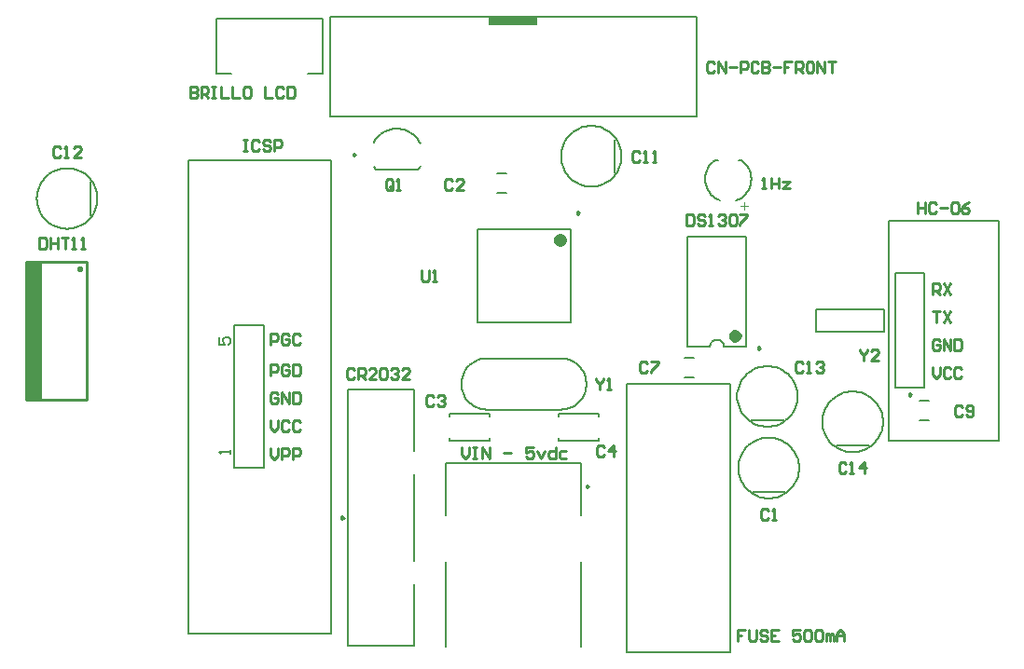
<source format=gto>
G04*
G04 #@! TF.GenerationSoftware,Altium Limited,Altium Designer,21.3.2 (30)*
G04*
G04 Layer_Color=65535*
%FSLAX25Y25*%
%MOIN*%
G70*
G04*
G04 #@! TF.SameCoordinates,90E1903C-9E0C-4C1D-B8CF-915D6ECFEAAF*
G04*
G04*
G04 #@! TF.FilePolarity,Positive*
G04*
G01*
G75*
%ADD10C,0.00787*%
%ADD11C,0.00984*%
%ADD12C,0.02362*%
%ADD13C,0.00591*%
%ADD14C,0.00500*%
%ADD15C,0.01000*%
%ADD16C,0.00600*%
%ADD17C,0.00394*%
%ADD18R,0.17717X0.03150*%
%ADD19R,0.06000X0.49000*%
D10*
X252500Y112315D02*
X252310Y113272D01*
X251768Y114083D01*
X250957Y114625D01*
X250000Y114815D01*
X249043Y114625D01*
X248232Y114083D01*
X247690Y113272D01*
X247500Y112315D01*
X143930Y185017D02*
X143471Y185879D01*
X142923Y186687D01*
X142294Y187434D01*
X141589Y188109D01*
X140816Y188707D01*
X139986Y189220D01*
X139105Y189643D01*
X138185Y189970D01*
X137236Y190199D01*
X136268Y190326D01*
X135291Y190351D01*
X134318Y190272D01*
X133358Y190092D01*
X132423Y189811D01*
X131522Y189433D01*
X130667Y188962D01*
X129865Y188404D01*
X129127Y187765D01*
X128461Y187051D01*
X127873Y186271D01*
X127371Y185433D01*
X143161Y175846D02*
X143574Y176502D01*
X143931Y177189D01*
X127371Y176773D02*
X127933Y175846D01*
X194189Y89846D02*
X195179Y89900D01*
X196157Y90061D01*
X197112Y90326D01*
X198032Y90693D01*
X198908Y91157D01*
X199729Y91713D01*
X200484Y92355D01*
X201166Y93074D01*
X201765Y93863D01*
X202276Y94712D01*
X202692Y95612D01*
X203009Y96551D01*
X203222Y97519D01*
X203329Y98505D01*
X203329Y99496D01*
X203222Y100481D01*
X203009Y101449D01*
X202692Y102388D01*
X202276Y103288D01*
X201765Y104137D01*
X201165Y104926D01*
X200484Y105646D01*
X199728Y106287D01*
X198908Y106843D01*
X198032Y107308D01*
X197112Y107674D01*
X196157Y107940D01*
X195179Y108100D01*
X194189Y108153D01*
X167811D02*
X166821Y108100D01*
X165843Y107940D01*
X164888Y107674D01*
X163968Y107308D01*
X163092Y106843D01*
X162271Y106287D01*
X161516Y105645D01*
X160835Y104926D01*
X160235Y104137D01*
X159724Y103288D01*
X159308Y102388D01*
X158991Y101449D01*
X158778Y100481D01*
X158671Y99496D01*
Y98504D01*
X158778Y97519D01*
X158991Y96551D01*
X159308Y95612D01*
X159724Y94712D01*
X160235Y93863D01*
X160835Y93074D01*
X161516Y92355D01*
X162271Y91713D01*
X163092Y91157D01*
X163968Y90693D01*
X164888Y90326D01*
X165843Y90061D01*
X166821Y89900D01*
X167811Y89846D01*
X171332Y167555D02*
X174668D01*
X171332Y174445D02*
X174668D01*
X260433Y112315D02*
Y151685D01*
X239567Y112315D02*
Y151685D01*
X252500Y112315D02*
X260433D01*
X239567D02*
X247500D01*
X239567Y151685D02*
X260433D01*
X285244Y117760D02*
X309653D01*
X285244D02*
Y125634D01*
X309653D01*
Y117760D02*
Y125634D01*
X262094Y86098D02*
X273905D01*
X77382Y120079D02*
X87972D01*
X77382Y68898D02*
Y120079D01*
Y68898D02*
X87972D01*
Y120079D01*
X313740Y97618D02*
Y138602D01*
X324055D01*
Y97618D02*
Y138602D01*
X313740Y97618D02*
X324055D01*
X109095Y210138D02*
Y229823D01*
X70906Y210138D02*
X76260D01*
X103740D02*
X109095D01*
X70906D02*
Y229823D01*
X109095D01*
X127933Y175847D02*
X143161D01*
X242638Y194882D02*
Y230315D01*
X111693D02*
X242638D01*
X111693Y194882D02*
X242638D01*
X111693D02*
Y230315D01*
X217717Y3150D02*
Y99213D01*
Y3150D02*
X254724D01*
Y99213D01*
X217717D02*
X254724D01*
X167811Y108153D02*
X194189D01*
X167811Y89846D02*
X194189D01*
X153051Y52185D02*
Y70768D01*
Y5118D02*
Y35453D01*
X201279Y52185D02*
Y70768D01*
Y5118D02*
Y35453D01*
X153051Y70768D02*
X201279D01*
X26181Y159449D02*
Y171260D01*
X213528Y174594D02*
Y186406D01*
X292595Y77035D02*
X304405D01*
X164370Y121063D02*
Y154528D01*
X197835Y121063D02*
Y154528D01*
X164370Y121063D02*
X197835D01*
X164370Y154528D02*
X197835D01*
X193413Y87339D02*
Y88421D01*
Y78579D02*
Y79661D01*
Y78579D02*
X207587D01*
Y87339D02*
Y88421D01*
Y78579D02*
Y79661D01*
X193413Y88421D02*
X207587D01*
X168587Y78579D02*
Y79661D01*
Y87339D02*
Y88421D01*
X154413D02*
X168587D01*
X154413Y78579D02*
Y79661D01*
Y87339D02*
Y88421D01*
Y78579D02*
X168587D01*
X322332Y86055D02*
X325668D01*
X322332Y92945D02*
X325668D01*
X262595Y60472D02*
X274406D01*
X118012Y5413D02*
X141831D01*
Y75098D02*
Y96949D01*
Y35728D02*
Y66634D01*
Y5413D02*
Y27264D01*
X118012Y96949D02*
X141831D01*
X118012Y5413D02*
Y96949D01*
X238332Y101555D02*
X241668D01*
X238332Y108445D02*
X241668D01*
D11*
X265492Y111882D02*
X264754Y112308D01*
Y111456D01*
X265492Y111882D01*
X319390Y95256D02*
X318652Y95682D01*
Y94830D01*
X319390Y95256D01*
X120882Y181102D02*
X120144Y181529D01*
Y180676D01*
X120882Y181102D01*
X204134Y62362D02*
X203396Y62788D01*
Y61936D01*
X204134Y62362D01*
X200689Y160236D02*
X199951Y160662D01*
Y159810D01*
X200689Y160236D01*
X116634Y51181D02*
X115896Y51607D01*
Y50755D01*
X116634Y51181D01*
D12*
X257677Y116252D02*
X257232Y117175D01*
X256233Y117403D01*
X255432Y116764D01*
Y115740D01*
X256233Y115101D01*
X257232Y115329D01*
X257677Y116252D01*
X195079Y150591D02*
X194634Y151514D01*
X193635Y151742D01*
X192833Y151103D01*
Y150078D01*
X193635Y149439D01*
X194634Y149667D01*
X195079Y150591D01*
D13*
X278827Y94563D02*
X278781Y95562D01*
X278642Y96552D01*
X278414Y97526D01*
X278096Y98474D01*
X277692Y99389D01*
X277205Y100262D01*
X276640Y101088D01*
X276001Y101857D01*
X275294Y102564D01*
X274525Y103203D01*
X273700Y103768D01*
X272826Y104255D01*
X271911Y104659D01*
X270963Y104976D01*
X269989Y105205D01*
X268999Y105344D01*
X268000Y105390D01*
X267001Y105344D01*
X266011Y105205D01*
X265037Y104976D01*
X264089Y104659D01*
X263174Y104255D01*
X262300Y103768D01*
X261475Y103203D01*
X260706Y102564D01*
X259999Y101857D01*
X259360Y101088D01*
X258795Y100262D01*
X258308Y99389D01*
X257904Y98474D01*
X257587Y97526D01*
X257358Y96552D01*
X257219Y95562D01*
X257173Y94563D01*
X257219Y93564D01*
X257358Y92574D01*
X257587Y91600D01*
X257904Y90652D01*
X258308Y89737D01*
X258795Y88863D01*
X259360Y88038D01*
X259999Y87269D01*
X260706Y86562D01*
X261475Y85923D01*
X262300Y85358D01*
X263174Y84871D01*
X264089Y84467D01*
X265037Y84149D01*
X266011Y83921D01*
X267001Y83782D01*
X268000Y83736D01*
X268999Y83782D01*
X269989Y83921D01*
X270963Y84149D01*
X271911Y84467D01*
X272826Y84871D01*
X273700Y85358D01*
X274525Y85923D01*
X275294Y86562D01*
X276001Y87269D01*
X276640Y88038D01*
X277205Y88863D01*
X277692Y89737D01*
X278096Y90652D01*
X278414Y91600D01*
X278642Y92574D01*
X278781Y93564D01*
X278827Y94563D01*
X249278Y179168D02*
X248491Y178547D01*
X247785Y177835D01*
X247171Y177042D01*
X246657Y176182D01*
X246251Y175265D01*
X245959Y174306D01*
X245785Y173319D01*
X245732Y172317D01*
X245801Y171317D01*
X245990Y170333D01*
X246297Y169378D01*
X246718Y168468D01*
X247245Y167615D01*
X247871Y166832D01*
X248588Y166131D01*
X249384Y165522D01*
X250249Y165014D01*
X251168Y164614D01*
X256832D02*
X257751Y165014D01*
X258615Y165522D01*
X259412Y166131D01*
X260129Y166832D01*
X260755Y167615D01*
X261282Y168468D01*
X261703Y169378D01*
X262010Y170333D01*
X262199Y171317D01*
X262267Y172317D01*
X262214Y173319D01*
X262041Y174306D01*
X261749Y175265D01*
X261343Y176182D01*
X260829Y177043D01*
X260214Y177835D01*
X259509Y178547D01*
X258722Y179168D01*
X28543Y165354D02*
X28497Y166353D01*
X28359Y167344D01*
X28130Y168317D01*
X27812Y169265D01*
X27408Y170180D01*
X26922Y171054D01*
X26357Y171879D01*
X25718Y172648D01*
X25010Y173355D01*
X24241Y173994D01*
X23416Y174559D01*
X22542Y175046D01*
X21628Y175450D01*
X20679Y175768D01*
X19706Y175997D01*
X18715Y176135D01*
X17717Y176181D01*
X16718Y176135D01*
X15727Y175997D01*
X14754Y175768D01*
X13805Y175450D01*
X12891Y175046D01*
X12017Y174559D01*
X11192Y173994D01*
X10423Y173355D01*
X9715Y172648D01*
X9077Y171879D01*
X8511Y171054D01*
X8025Y170180D01*
X7621Y169265D01*
X7303Y168317D01*
X7074Y167344D01*
X6936Y166353D01*
X6890Y165354D01*
X6936Y164355D01*
X7074Y163365D01*
X7303Y162391D01*
X7621Y161443D01*
X8025Y160528D01*
X8511Y159655D01*
X9077Y158830D01*
X9715Y158060D01*
X10423Y157353D01*
X11192Y156714D01*
X12017Y156149D01*
X12891Y155663D01*
X13805Y155259D01*
X14754Y154941D01*
X15727Y154712D01*
X16718Y154574D01*
X17717Y154528D01*
X18715Y154574D01*
X19706Y154712D01*
X20679Y154941D01*
X21628Y155259D01*
X22542Y155663D01*
X23416Y156149D01*
X24241Y156714D01*
X25010Y157353D01*
X25718Y158060D01*
X26357Y158830D01*
X26922Y159655D01*
X27408Y160528D01*
X27812Y161443D01*
X28130Y162391D01*
X28359Y163365D01*
X28497Y164355D01*
X28543Y165354D01*
X215890Y180500D02*
X215844Y181499D01*
X215705Y182489D01*
X215476Y183463D01*
X215159Y184411D01*
X214755Y185326D01*
X214268Y186200D01*
X213703Y187025D01*
X213064Y187794D01*
X212357Y188501D01*
X211588Y189140D01*
X210763Y189705D01*
X209889Y190192D01*
X208974Y190596D01*
X208026Y190913D01*
X207052Y191142D01*
X206062Y191281D01*
X205063Y191327D01*
X204064Y191281D01*
X203074Y191142D01*
X202100Y190913D01*
X201152Y190596D01*
X200237Y190192D01*
X199363Y189705D01*
X198538Y189140D01*
X197769Y188501D01*
X197062Y187794D01*
X196423Y187025D01*
X195858Y186200D01*
X195371Y185326D01*
X194967Y184411D01*
X194650Y183463D01*
X194421Y182489D01*
X194282Y181499D01*
X194236Y180500D01*
X194282Y179501D01*
X194421Y178511D01*
X194650Y177537D01*
X194967Y176589D01*
X195371Y175674D01*
X195858Y174801D01*
X196423Y173975D01*
X197062Y173206D01*
X197769Y172499D01*
X198538Y171860D01*
X199363Y171295D01*
X200237Y170808D01*
X201152Y170404D01*
X202100Y170087D01*
X203074Y169858D01*
X204064Y169719D01*
X205063Y169673D01*
X206062Y169719D01*
X207052Y169858D01*
X208026Y170087D01*
X208974Y170404D01*
X209889Y170808D01*
X210763Y171295D01*
X211588Y171860D01*
X212357Y172499D01*
X213064Y173206D01*
X213703Y173975D01*
X214268Y174801D01*
X214755Y175674D01*
X215159Y176589D01*
X215476Y177537D01*
X215705Y178511D01*
X215844Y179501D01*
X215890Y180500D01*
X309327Y85500D02*
X309281Y86499D01*
X309142Y87489D01*
X308913Y88463D01*
X308596Y89411D01*
X308192Y90326D01*
X307705Y91200D01*
X307140Y92025D01*
X306501Y92794D01*
X305794Y93501D01*
X305025Y94140D01*
X304200Y94705D01*
X303326Y95192D01*
X302411Y95596D01*
X301463Y95913D01*
X300489Y96142D01*
X299499Y96281D01*
X298500Y96327D01*
X297501Y96281D01*
X296511Y96142D01*
X295537Y95913D01*
X294589Y95596D01*
X293674Y95192D01*
X292800Y94705D01*
X291975Y94140D01*
X291206Y93501D01*
X290499Y92794D01*
X289860Y92025D01*
X289295Y91200D01*
X288808Y90326D01*
X288404Y89411D01*
X288087Y88463D01*
X287858Y87489D01*
X287719Y86499D01*
X287673Y85500D01*
X287719Y84501D01*
X287858Y83511D01*
X288087Y82537D01*
X288404Y81589D01*
X288808Y80674D01*
X289295Y79800D01*
X289860Y78975D01*
X290499Y78206D01*
X291206Y77499D01*
X291975Y76860D01*
X292800Y76295D01*
X293674Y75808D01*
X294589Y75404D01*
X295537Y75086D01*
X296511Y74858D01*
X297501Y74719D01*
X298500Y74673D01*
X299499Y74719D01*
X300489Y74858D01*
X301463Y75086D01*
X302411Y75404D01*
X303326Y75808D01*
X304200Y76295D01*
X305025Y76860D01*
X305794Y77499D01*
X306501Y78206D01*
X307140Y78975D01*
X307705Y79800D01*
X308192Y80674D01*
X308596Y81589D01*
X308913Y82537D01*
X309142Y83511D01*
X309281Y84501D01*
X309327Y85500D01*
X279327Y68937D02*
X279281Y69936D01*
X279142Y70926D01*
X278913Y71900D01*
X278596Y72848D01*
X278192Y73763D01*
X277705Y74637D01*
X277140Y75462D01*
X276501Y76231D01*
X275794Y76938D01*
X275025Y77577D01*
X274200Y78142D01*
X273326Y78629D01*
X272411Y79033D01*
X271463Y79351D01*
X270489Y79579D01*
X269499Y79718D01*
X268500Y79764D01*
X267501Y79718D01*
X266511Y79579D01*
X265537Y79351D01*
X264589Y79033D01*
X263674Y78629D01*
X262800Y78142D01*
X261975Y77577D01*
X261206Y76938D01*
X260499Y76231D01*
X259860Y75462D01*
X259295Y74637D01*
X258808Y73763D01*
X258404Y72848D01*
X258086Y71900D01*
X257858Y70926D01*
X257719Y69936D01*
X257673Y68937D01*
X257719Y67938D01*
X257858Y66948D01*
X258086Y65974D01*
X258404Y65026D01*
X258808Y64111D01*
X259295Y63238D01*
X259860Y62412D01*
X260499Y61643D01*
X261206Y60936D01*
X261975Y60297D01*
X262800Y59732D01*
X263674Y59245D01*
X264589Y58841D01*
X265537Y58524D01*
X266511Y58295D01*
X267501Y58156D01*
X268500Y58110D01*
X269499Y58156D01*
X270489Y58295D01*
X271463Y58523D01*
X272411Y58841D01*
X273326Y59245D01*
X274200Y59732D01*
X275025Y60297D01*
X275794Y60936D01*
X276501Y61643D01*
X277140Y62412D01*
X277705Y63238D01*
X278192Y64111D01*
X278596Y65026D01*
X278913Y65974D01*
X279142Y66948D01*
X279281Y67938D01*
X279327Y68937D01*
X249278Y179168D02*
X250260D01*
X257740D02*
X258722D01*
D14*
X311417Y78740D02*
X350787D01*
X311417Y157480D02*
X350787D01*
Y78740D02*
Y157480D01*
X311417Y78740D02*
Y157480D01*
X61024Y9843D02*
X112205D01*
X61024Y179134D02*
X112205D01*
Y9843D02*
Y179134D01*
X61024Y9843D02*
Y179134D01*
D15*
X2953Y93504D02*
Y142717D01*
X24606Y93504D02*
Y142717D01*
X2953D02*
X24606D01*
X2953Y93504D02*
X24606D01*
X155344Y171812D02*
X154688Y172468D01*
X153376D01*
X152720Y171812D01*
Y169188D01*
X153376Y168532D01*
X154688D01*
X155344Y169188D01*
X159280Y168532D02*
X156656D01*
X159280Y171156D01*
Y171812D01*
X158624Y172468D01*
X157312D01*
X156656Y171812D01*
X239200Y159736D02*
Y155800D01*
X241168D01*
X241824Y156456D01*
Y159080D01*
X241168Y159736D01*
X239200D01*
X245760Y159080D02*
X245104Y159736D01*
X243792D01*
X243136Y159080D01*
Y158424D01*
X243792Y157768D01*
X245104D01*
X245760Y157112D01*
Y156456D01*
X245104Y155800D01*
X243792D01*
X243136Y156456D01*
X247072Y155800D02*
X248383D01*
X247727D01*
Y159736D01*
X247072Y159080D01*
X250351D02*
X251007Y159736D01*
X252319D01*
X252975Y159080D01*
Y158424D01*
X252319Y157768D01*
X251663D01*
X252319D01*
X252975Y157112D01*
Y156456D01*
X252319Y155800D01*
X251007D01*
X250351Y156456D01*
X254287Y159080D02*
X254943Y159736D01*
X256255D01*
X256911Y159080D01*
Y156456D01*
X256255Y155800D01*
X254943D01*
X254287Y156456D01*
Y159080D01*
X258223Y159736D02*
X260847D01*
Y159080D01*
X258223Y156456D01*
Y155800D01*
X301220Y111468D02*
Y110812D01*
X302532Y109500D01*
X303844Y110812D01*
Y111468D01*
X302532Y109500D02*
Y107532D01*
X307780D02*
X305156D01*
X307780Y110156D01*
Y110812D01*
X307124Y111468D01*
X305812D01*
X305156Y110812D01*
X280704Y106312D02*
X280048Y106968D01*
X278736D01*
X278080Y106312D01*
Y103688D01*
X278736Y103032D01*
X280048D01*
X280704Y103688D01*
X282016Y103032D02*
X283328D01*
X282672D01*
Y106968D01*
X282016Y106312D01*
X285296D02*
X285952Y106968D01*
X287264D01*
X287920Y106312D01*
Y105656D01*
X287264Y105000D01*
X286608D01*
X287264D01*
X287920Y104344D01*
Y103688D01*
X287264Y103032D01*
X285952D01*
X285296Y103688D01*
X90500Y113000D02*
Y116936D01*
X92468D01*
X93124Y116280D01*
Y114968D01*
X92468Y114312D01*
X90500D01*
X97060Y116280D02*
X96404Y116936D01*
X95092D01*
X94436Y116280D01*
Y113656D01*
X95092Y113000D01*
X96404D01*
X97060Y113656D01*
Y114968D01*
X95748D01*
X100995Y116280D02*
X100339Y116936D01*
X99027D01*
X98371Y116280D01*
Y113656D01*
X99027Y113000D01*
X100339D01*
X100995Y113656D01*
X90500Y102000D02*
Y105936D01*
X92468D01*
X93124Y105280D01*
Y103968D01*
X92468Y103312D01*
X90500D01*
X97060Y105280D02*
X96404Y105936D01*
X95092D01*
X94436Y105280D01*
Y102656D01*
X95092Y102000D01*
X96404D01*
X97060Y102656D01*
Y103968D01*
X95748D01*
X98371Y105936D02*
Y102000D01*
X100339D01*
X100995Y102656D01*
Y105280D01*
X100339Y105936D01*
X98371D01*
X80612Y186468D02*
X81924D01*
X81268D01*
Y182532D01*
X80612D01*
X81924D01*
X86516Y185812D02*
X85860Y186468D01*
X84548D01*
X83892Y185812D01*
Y183188D01*
X84548Y182532D01*
X85860D01*
X86516Y183188D01*
X90452Y185812D02*
X89796Y186468D01*
X88484D01*
X87828Y185812D01*
Y185156D01*
X88484Y184500D01*
X89796D01*
X90452Y183844D01*
Y183188D01*
X89796Y182532D01*
X88484D01*
X87828Y183188D01*
X91764Y182532D02*
Y186468D01*
X93732D01*
X94388Y185812D01*
Y184500D01*
X93732Y183844D01*
X91764D01*
X90500Y85936D02*
Y83312D01*
X91812Y82000D01*
X93124Y83312D01*
Y85936D01*
X97060Y85280D02*
X96404Y85936D01*
X95092D01*
X94436Y85280D01*
Y82656D01*
X95092Y82000D01*
X96404D01*
X97060Y82656D01*
X100995Y85280D02*
X100339Y85936D01*
X99027D01*
X98371Y85280D01*
Y82656D01*
X99027Y82000D01*
X100339D01*
X100995Y82656D01*
X93124Y95280D02*
X92468Y95936D01*
X91156D01*
X90500Y95280D01*
Y92656D01*
X91156Y92000D01*
X92468D01*
X93124Y92656D01*
Y93968D01*
X91812D01*
X94436Y92000D02*
Y95936D01*
X97060Y92000D01*
Y95936D01*
X98371D02*
Y92000D01*
X100339D01*
X100995Y92656D01*
Y95280D01*
X100339Y95936D01*
X98371D01*
X90500Y75936D02*
Y73312D01*
X91812Y72000D01*
X93124Y73312D01*
Y75936D01*
X94436Y72000D02*
Y75936D01*
X96404D01*
X97060Y75280D01*
Y73968D01*
X96404Y73312D01*
X94436D01*
X98371Y72000D02*
Y75936D01*
X100339D01*
X100995Y75280D01*
Y73968D01*
X100339Y73312D01*
X98371D01*
X321817Y163968D02*
Y160032D01*
Y162000D01*
X324440D01*
Y163968D01*
Y160032D01*
X328376Y163312D02*
X327720Y163968D01*
X326408D01*
X325752Y163312D01*
Y160688D01*
X326408Y160032D01*
X327720D01*
X328376Y160688D01*
X329688Y162000D02*
X332312D01*
X333624Y163312D02*
X334280Y163968D01*
X335592D01*
X336248Y163312D01*
Y160688D01*
X335592Y160032D01*
X334280D01*
X333624Y160688D01*
Y163312D01*
X340183Y163968D02*
X338872Y163312D01*
X337560Y162000D01*
Y160688D01*
X338215Y160032D01*
X339527D01*
X340183Y160688D01*
Y161344D01*
X339527Y162000D01*
X337560D01*
X61664Y205299D02*
Y201363D01*
X63632D01*
X64288Y202019D01*
Y202675D01*
X63632Y203331D01*
X61664D01*
X63632D01*
X64288Y203987D01*
Y204643D01*
X63632Y205299D01*
X61664D01*
X65600Y201363D02*
Y205299D01*
X67568D01*
X68224Y204643D01*
Y203331D01*
X67568Y202675D01*
X65600D01*
X66912D02*
X68224Y201363D01*
X69536Y205299D02*
X70848D01*
X70192D01*
Y201363D01*
X69536D01*
X70848D01*
X72816Y205299D02*
Y201363D01*
X75440D01*
X76752Y205299D02*
Y201363D01*
X79375D01*
X82655Y205299D02*
X81343D01*
X80687Y204643D01*
Y202019D01*
X81343Y201363D01*
X82655D01*
X83311Y202019D01*
Y204643D01*
X82655Y205299D01*
X88559D02*
Y201363D01*
X91183D01*
X95118Y204643D02*
X94462Y205299D01*
X93150D01*
X92494Y204643D01*
Y202019D01*
X93150Y201363D01*
X94462D01*
X95118Y202019D01*
X96430Y205299D02*
Y201363D01*
X98398D01*
X99054Y202019D01*
Y204643D01*
X98398Y205299D01*
X96430D01*
X134224Y169056D02*
Y171680D01*
X133568Y172336D01*
X132256D01*
X131600Y171680D01*
Y169056D01*
X132256Y168400D01*
X133568D01*
X132912Y169712D02*
X134224Y168400D01*
X133568D02*
X134224Y169056D01*
X135536Y168400D02*
X136848D01*
X136192D01*
Y172336D01*
X135536Y171680D01*
X249124Y213580D02*
X248468Y214236D01*
X247156D01*
X246500Y213580D01*
Y210956D01*
X247156Y210300D01*
X248468D01*
X249124Y210956D01*
X250436Y210300D02*
Y214236D01*
X253060Y210300D01*
Y214236D01*
X254372Y212268D02*
X256995D01*
X258307Y210300D02*
Y214236D01*
X260275D01*
X260931Y213580D01*
Y212268D01*
X260275Y211612D01*
X258307D01*
X264867Y213580D02*
X264211Y214236D01*
X262899D01*
X262243Y213580D01*
Y210956D01*
X262899Y210300D01*
X264211D01*
X264867Y210956D01*
X266179Y214236D02*
Y210300D01*
X268147D01*
X268802Y210956D01*
Y211612D01*
X268147Y212268D01*
X266179D01*
X268147D01*
X268802Y212924D01*
Y213580D01*
X268147Y214236D01*
X266179D01*
X270114Y212268D02*
X272738D01*
X276674Y214236D02*
X274050D01*
Y212268D01*
X275362D01*
X274050D01*
Y210300D01*
X277986D02*
Y214236D01*
X279954D01*
X280610Y213580D01*
Y212268D01*
X279954Y211612D01*
X277986D01*
X279298D02*
X280610Y210300D01*
X283890Y214236D02*
X282578D01*
X281922Y213580D01*
Y210956D01*
X282578Y210300D01*
X283890D01*
X284545Y210956D01*
Y213580D01*
X283890Y214236D01*
X285857Y210300D02*
Y214236D01*
X288481Y210300D01*
Y214236D01*
X289793D02*
X292417D01*
X291105D01*
Y210300D01*
X260101Y10968D02*
X257477D01*
Y9000D01*
X258789D01*
X257477D01*
Y7032D01*
X261413Y10968D02*
Y7688D01*
X262069Y7032D01*
X263381D01*
X264037Y7688D01*
Y10968D01*
X267973Y10312D02*
X267317Y10968D01*
X266005D01*
X265349Y10312D01*
Y9656D01*
X266005Y9000D01*
X267317D01*
X267973Y8344D01*
Y7688D01*
X267317Y7032D01*
X266005D01*
X265349Y7688D01*
X271908Y10968D02*
X269285D01*
Y7032D01*
X271908D01*
X269285Y9000D02*
X270596D01*
X279780Y10968D02*
X277156D01*
Y9000D01*
X278468Y9656D01*
X279124D01*
X279780Y9000D01*
Y7688D01*
X279124Y7032D01*
X277812D01*
X277156Y7688D01*
X281092Y10312D02*
X281748Y10968D01*
X283060D01*
X283716Y10312D01*
Y7688D01*
X283060Y7032D01*
X281748D01*
X281092Y7688D01*
Y10312D01*
X285027D02*
X285683Y10968D01*
X286995D01*
X287651Y10312D01*
Y7688D01*
X286995Y7032D01*
X285683D01*
X285027Y7688D01*
Y10312D01*
X288963Y7032D02*
Y9656D01*
X289619D01*
X290275Y9000D01*
Y7032D01*
Y9000D01*
X290931Y9656D01*
X291587Y9000D01*
Y7032D01*
X292899D02*
Y9656D01*
X294211Y10968D01*
X295523Y9656D01*
Y7032D01*
Y9000D01*
X292899D01*
X327000Y131000D02*
Y134936D01*
X328968D01*
X329624Y134280D01*
Y132968D01*
X328968Y132312D01*
X327000D01*
X328312D02*
X329624Y131000D01*
X330936Y134936D02*
X333560Y131000D01*
Y134936D02*
X330936Y131000D01*
X327000Y124936D02*
X329624D01*
X328312D01*
Y121000D01*
X330936Y124936D02*
X333560Y121000D01*
Y124936D02*
X330936Y121000D01*
X329624Y114280D02*
X328968Y114936D01*
X327656D01*
X327000Y114280D01*
Y111656D01*
X327656Y111000D01*
X328968D01*
X329624Y111656D01*
Y112968D01*
X328312D01*
X330936Y111000D02*
Y114936D01*
X333560Y111000D01*
Y114936D01*
X334872D02*
Y111000D01*
X336839D01*
X337495Y111656D01*
Y114280D01*
X336839Y114936D01*
X334872D01*
X327000Y104936D02*
Y102312D01*
X328312Y101000D01*
X329624Y102312D01*
Y104936D01*
X333560Y104280D02*
X332904Y104936D01*
X331592D01*
X330936Y104280D01*
Y101656D01*
X331592Y101000D01*
X332904D01*
X333560Y101656D01*
X337495Y104280D02*
X336839Y104936D01*
X335527D01*
X334872Y104280D01*
Y101656D01*
X335527Y101000D01*
X336839D01*
X337495Y101656D01*
X21779Y139610D02*
Y140610D01*
X22779D01*
Y139610D01*
X21779D01*
X296224Y70280D02*
X295568Y70936D01*
X294256D01*
X293600Y70280D01*
Y67656D01*
X294256Y67000D01*
X295568D01*
X296224Y67656D01*
X297536Y67000D02*
X298848D01*
X298192D01*
Y70936D01*
X297536Y70280D01*
X302783Y67000D02*
Y70936D01*
X300816Y68968D01*
X303439D01*
X15424Y183280D02*
X14768Y183936D01*
X13456D01*
X12800Y183280D01*
Y180656D01*
X13456Y180000D01*
X14768D01*
X15424Y180656D01*
X16736Y180000D02*
X18048D01*
X17392D01*
Y183936D01*
X16736Y183280D01*
X22639Y180000D02*
X20016D01*
X22639Y182624D01*
Y183280D01*
X21983Y183936D01*
X20672D01*
X20016Y183280D01*
X222324Y181780D02*
X221668Y182436D01*
X220356D01*
X219700Y181780D01*
Y179156D01*
X220356Y178500D01*
X221668D01*
X222324Y179156D01*
X223636Y178500D02*
X224948D01*
X224292D01*
Y182436D01*
X223636Y181780D01*
X226916Y178500D02*
X228227D01*
X227572D01*
Y182436D01*
X226916Y181780D01*
X206800Y100936D02*
Y100280D01*
X208112Y98968D01*
X209424Y100280D01*
Y100936D01*
X208112Y98968D02*
Y97000D01*
X210736D02*
X212048D01*
X211392D01*
Y100936D01*
X210736Y100280D01*
X158805Y76468D02*
Y73844D01*
X160117Y72532D01*
X161429Y73844D01*
Y76468D01*
X162741D02*
X164053D01*
X163397D01*
Y72532D01*
X162741D01*
X164053D01*
X166021D02*
Y76468D01*
X168645Y72532D01*
Y76468D01*
X173892Y74500D02*
X176516D01*
X184388Y76468D02*
X181764D01*
Y74500D01*
X183076Y75156D01*
X183732D01*
X184388Y74500D01*
Y73188D01*
X183732Y72532D01*
X182420D01*
X181764Y73188D01*
X185699Y75156D02*
X187011Y72532D01*
X188323Y75156D01*
X192259Y76468D02*
Y72532D01*
X190291D01*
X189635Y73188D01*
Y74500D01*
X190291Y75156D01*
X192259D01*
X196195D02*
X194227D01*
X193571Y74500D01*
Y73188D01*
X194227Y72532D01*
X196195D01*
X144400Y139736D02*
Y136456D01*
X145056Y135800D01*
X146368D01*
X147024Y136456D01*
Y139736D01*
X148336Y135800D02*
X149648D01*
X148992D01*
Y139736D01*
X148336Y139080D01*
X7726Y151227D02*
Y147291D01*
X9694D01*
X10350Y147947D01*
Y150571D01*
X9694Y151227D01*
X7726D01*
X11662D02*
Y147291D01*
Y149259D01*
X14286D01*
Y151227D01*
Y147291D01*
X15597Y151227D02*
X18221D01*
X16909D01*
Y147291D01*
X19533D02*
X20845D01*
X20189D01*
Y151227D01*
X19533Y150571D01*
X22813Y147291D02*
X24125D01*
X23469D01*
Y151227D01*
X22813Y150571D01*
X120324Y103980D02*
X119668Y104636D01*
X118356D01*
X117700Y103980D01*
Y101356D01*
X118356Y100700D01*
X119668D01*
X120324Y101356D01*
X121636Y100700D02*
Y104636D01*
X123604D01*
X124260Y103980D01*
Y102668D01*
X123604Y102012D01*
X121636D01*
X122948D02*
X124260Y100700D01*
X128195D02*
X125572D01*
X128195Y103324D01*
Y103980D01*
X127539Y104636D01*
X126227D01*
X125572Y103980D01*
X129507D02*
X130163Y104636D01*
X131475D01*
X132131Y103980D01*
Y101356D01*
X131475Y100700D01*
X130163D01*
X129507Y101356D01*
Y103980D01*
X133443D02*
X134099Y104636D01*
X135411D01*
X136067Y103980D01*
Y103324D01*
X135411Y102668D01*
X134755D01*
X135411D01*
X136067Y102012D01*
Y101356D01*
X135411Y100700D01*
X134099D01*
X133443Y101356D01*
X140003Y100700D02*
X137379D01*
X140003Y103324D01*
Y103980D01*
X139347Y104636D01*
X138035D01*
X137379Y103980D01*
X337624Y90780D02*
X336968Y91436D01*
X335656D01*
X335000Y90780D01*
Y88156D01*
X335656Y87500D01*
X336968D01*
X337624Y88156D01*
X338936D02*
X339592Y87500D01*
X340904D01*
X341560Y88156D01*
Y90780D01*
X340904Y91436D01*
X339592D01*
X338936Y90780D01*
Y90124D01*
X339592Y89468D01*
X341560D01*
X225124Y106280D02*
X224468Y106936D01*
X223156D01*
X222500Y106280D01*
Y103656D01*
X223156Y103000D01*
X224468D01*
X225124Y103656D01*
X226436Y106936D02*
X229060D01*
Y106280D01*
X226436Y103656D01*
Y103000D01*
X209844Y76312D02*
X209188Y76968D01*
X207876D01*
X207220Y76312D01*
Y73688D01*
X207876Y73032D01*
X209188D01*
X209844Y73688D01*
X213124Y73032D02*
Y76968D01*
X211156Y75000D01*
X213780D01*
X148844Y94312D02*
X148188Y94968D01*
X146876D01*
X146220Y94312D01*
Y91688D01*
X146876Y91032D01*
X148188D01*
X148844Y91688D01*
X150156Y94312D02*
X150812Y94968D01*
X152124D01*
X152780Y94312D01*
Y93656D01*
X152124Y93000D01*
X151468D01*
X152124D01*
X152780Y92344D01*
Y91688D01*
X152124Y91032D01*
X150812D01*
X150156Y91688D01*
X268524Y53680D02*
X267868Y54336D01*
X266556D01*
X265900Y53680D01*
Y51056D01*
X266556Y50400D01*
X267868D01*
X268524Y51056D01*
X269836Y50400D02*
X271148D01*
X270492D01*
Y54336D01*
X269836Y53680D01*
X266200Y168900D02*
X267512D01*
X266856D01*
Y172836D01*
X266200Y172180D01*
X269480Y172836D02*
Y168900D01*
Y170868D01*
X272104D01*
Y172836D01*
Y168900D01*
X273415Y171524D02*
X276039D01*
X273415Y168900D01*
X276039D01*
D16*
X71986Y115658D02*
Y112992D01*
X73985D01*
X73318Y114325D01*
Y114991D01*
X73985Y115658D01*
X75318D01*
X75984Y114991D01*
Y113659D01*
X75318Y112992D01*
X75984Y74016D02*
Y75349D01*
Y74682D01*
X71986D01*
X72652Y74016D01*
D17*
X258301Y162849D02*
X261000D01*
X259650Y161500D02*
Y164199D01*
D18*
X177165Y228740D02*
D03*
D19*
X5780Y118110D02*
D03*
M02*

</source>
